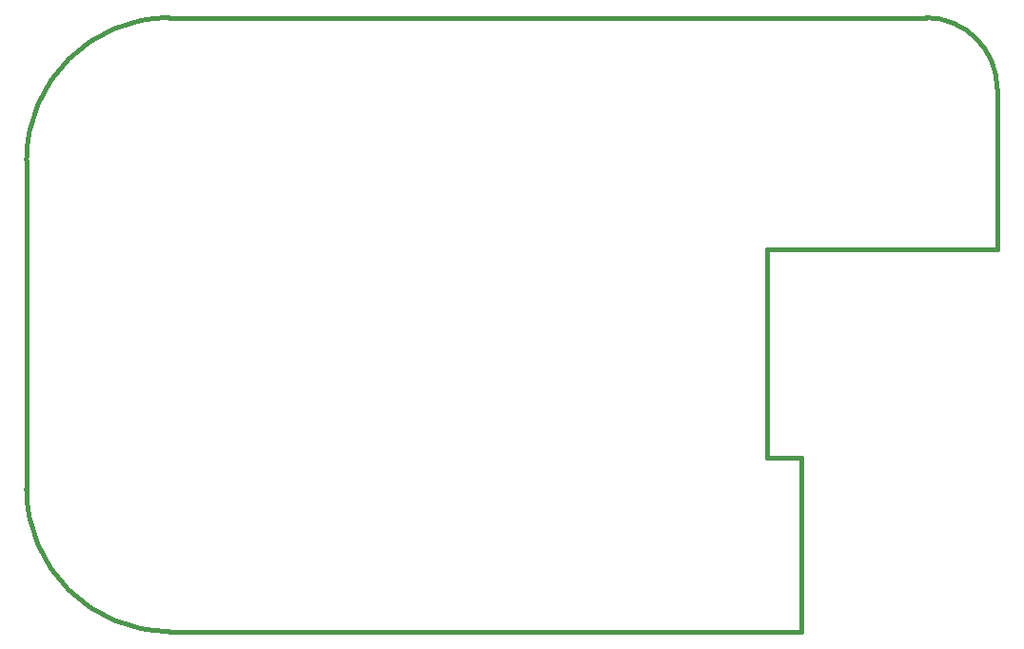
<source format=gbr>
G04 (created by PCBNEW (2013-05-31 BZR 4019)-stable) date 3/21/2014 3:32:42 PM*
%MOIN*%
G04 Gerber Fmt 3.4, Leading zero omitted, Abs format*
%FSLAX34Y34*%
G01*
G70*
G90*
G04 APERTURE LIST*
%ADD10C,0.00590551*%
%ADD11C,0.015*%
G04 APERTURE END LIST*
G54D10*
G54D11*
X99250Y-64650D02*
X77100Y-64650D01*
X98050Y-58550D02*
X99250Y-58550D01*
X99250Y-64650D02*
X99250Y-58550D01*
X106100Y-51250D02*
X106100Y-46150D01*
X106100Y-51250D02*
X98050Y-51250D01*
X98050Y-51250D02*
X98050Y-58550D01*
X106100Y-45650D02*
X106100Y-46150D01*
X77100Y-43150D02*
X103600Y-43150D01*
X72100Y-48150D02*
X72100Y-59650D01*
X77100Y-43150D02*
G75*
G03X72100Y-48150I0J-5000D01*
G74*
G01*
X72100Y-59650D02*
G75*
G03X77100Y-64650I5000J0D01*
G74*
G01*
X106100Y-45650D02*
G75*
G03X103600Y-43150I-2500J0D01*
G74*
G01*
M02*

</source>
